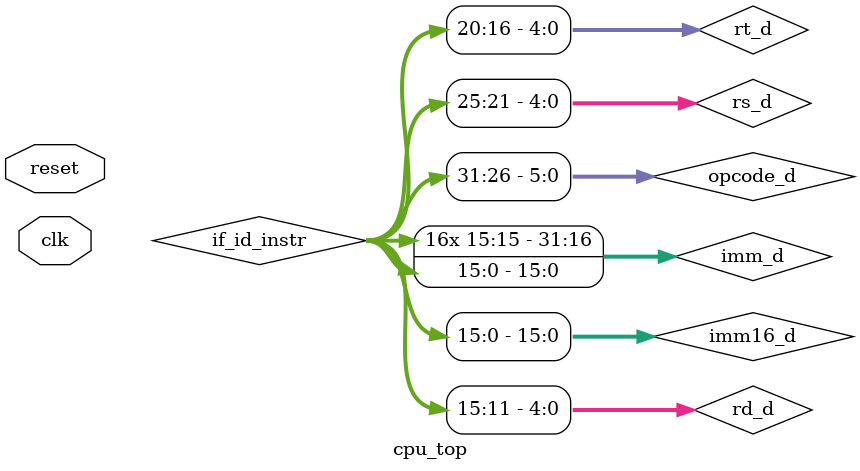
<source format=v>
`timescale 1ns/1ps
module cpu_top(input clk, input reset);

    // -----------------------------
    // IF stage
    // -----------------------------
    wire [31:0] pc;
    wire [31:0] pc_next = pc + 32'd4;
    wire [31:0] instr_f;

    pc pc1(
        .clk(clk),
        .reset(reset),
        .pc_next(pc_next),
        .pc(pc)
    );

    instr_mem imem(
        .addr(pc),
        .instr(instr_f)
    );

    // IF/ID pipeline register
    reg [31:0] if_id_instr;
    always @(posedge clk) begin
        if (reset)
            if_id_instr <= 32'd0;   // NOP
        else
            if_id_instr <= instr_f;
    end

    // -----------------------------
    // ID stage (decode + reg read + control)
    // -----------------------------
    wire [5:0] opcode_d = if_id_instr[31:26];
    wire [4:0] rs_d     = if_id_instr[25:21];
    wire [4:0] rt_d     = if_id_instr[20:16];
    wire [4:0] rd_d     = if_id_instr[15:11];
    wire [15:0] imm16_d = if_id_instr[15:0];
    wire [31:0] imm_d   = {{16{imm16_d[15]}}, imm16_d};

    // WB stage outputs (from EX/WB reg) feed reg_file write port
    reg        ex_wb_reg_write;
    reg [4:0]  ex_wb_waddr;
    reg [31:0] ex_wb_wdata;

    // Register file (read in ID, write in WB)
    wire [31:0] rd1_d, rd2_d;
    reg_file rf(
        .rs(rs_d),
        .rt(rt_d),
        .rd(ex_wb_waddr),
        .wd(ex_wb_wdata),
        .reg_write(ex_wb_reg_write),
        .rd1(rd1_d),
        .rd2(rd2_d),
        .clk(clk)
    );

    // Control signals generated in ID
    reg        reg_write_d;
    reg        mem_write_d;
    reg        mem_to_reg_d;
    reg        alu_src_imm_d;
    reg        rd_is_rt_d;
    reg [2:0]  alu_ctrl_d;

    // Opcodes: ADD=0, SUB=1, LW=2, SW=3, ADDI=4
    always @(*) begin
        reg_write_d   = 1'b0;
        mem_write_d   = 1'b0;
        mem_to_reg_d  = 1'b0;
        alu_src_imm_d = 1'b0;
        rd_is_rt_d    = 1'b0;
        alu_ctrl_d    = 3'd0;

        case (opcode_d)
            6'd0: begin // ADD
                reg_write_d = 1'b1;
                alu_ctrl_d  = 3'd0;
            end
            6'd1: begin // SUB
                reg_write_d = 1'b1;
                alu_ctrl_d  = 3'd1;
            end
            6'd2: begin // LW
                reg_write_d   = 1'b1;
                mem_to_reg_d  = 1'b1;
                alu_src_imm_d = 1'b1;
                rd_is_rt_d    = 1'b1;
                alu_ctrl_d    = 3'd0;
            end
            6'd3: begin // SW
                mem_write_d   = 1'b1;
                alu_src_imm_d = 1'b1;
                alu_ctrl_d    = 3'd0;
            end
            6'd4: begin // ADDI
                reg_write_d   = 1'b1;
                alu_src_imm_d = 1'b1;
                rd_is_rt_d    = 1'b1;
                alu_ctrl_d    = 3'd0;
            end
            default: begin
                // NOP
            end
        endcase
    end

    wire [4:0] dest_d = (rd_is_rt_d) ? rt_d : rd_d;

    // ID/EX pipeline registers
    reg [31:0] id_ex_a;
    reg [31:0] id_ex_b;
    reg [31:0] id_ex_imm;
    reg [31:0] id_ex_store_data;
    reg [4:0]  id_ex_dest;

    reg        id_ex_reg_write;
    reg        id_ex_mem_write;
    reg        id_ex_mem_to_reg;
    reg        id_ex_alu_src_imm;
    reg [2:0]  id_ex_alu_ctrl;

    always @(posedge clk) begin
        if (reset) begin
            id_ex_a           <= 32'd0;
            id_ex_b           <= 32'd0;
            id_ex_imm         <= 32'd0;
            id_ex_store_data  <= 32'd0;
            id_ex_dest        <= 5'd0;

            id_ex_reg_write   <= 1'b0;
            id_ex_mem_write   <= 1'b0;
            id_ex_mem_to_reg  <= 1'b0;
            id_ex_alu_src_imm <= 1'b0;
            id_ex_alu_ctrl    <= 3'd0;
        end else begin
            id_ex_a           <= rd1_d;
            id_ex_b           <= rd2_d;
            id_ex_imm         <= imm_d;
            id_ex_store_data  <= rd2_d;     // for SW
            id_ex_dest        <= dest_d;

            id_ex_reg_write   <= reg_write_d;
            id_ex_mem_write   <= mem_write_d;
            id_ex_mem_to_reg  <= mem_to_reg_d;
            id_ex_alu_src_imm <= alu_src_imm_d;
            id_ex_alu_ctrl    <= alu_ctrl_d;
        end
    end

    // -----------------------------
    // EX/MEM stage (ALU + data memory access)
    // -----------------------------
    wire [31:0] alu_b_ex = (id_ex_alu_src_imm) ? id_ex_imm : id_ex_b;
    wire [31:0] alu_y_ex;

    alu alu1(
        .a(id_ex_a),
        .b(alu_b_ex),
        .alu_ctrl(id_ex_alu_ctrl),
        .y(alu_y_ex)
    );

    wire [31:0] mem_rd_ex;
    data_mem dmem(
        .addr(alu_y_ex),
        .wd(id_ex_store_data),
        .mem_write(id_ex_mem_write),
        .rd(mem_rd_ex),
        .clk(clk)
    );

    wire [31:0] wb_data_ex = (id_ex_mem_to_reg) ? mem_rd_ex : alu_y_ex;

    // EX/WB pipeline registers
    always @(posedge clk) begin
        if (reset) begin
            ex_wb_reg_write <= 1'b0;
            ex_wb_waddr     <= 5'd0;
            ex_wb_wdata     <= 32'd0;
        end else begin
            ex_wb_reg_write <= id_ex_reg_write;
            ex_wb_waddr     <= id_ex_dest;
            ex_wb_wdata     <= wb_data_ex;
        end
    end

endmodule

</source>
